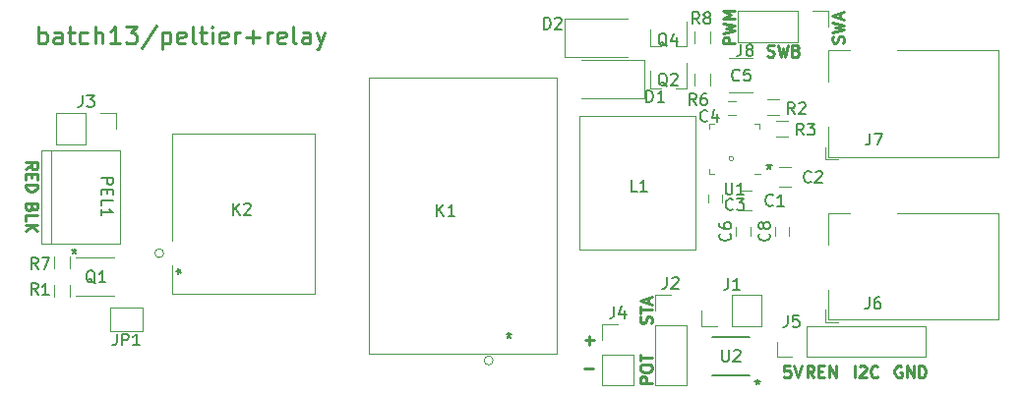
<source format=gto>
G04 #@! TF.GenerationSoftware,KiCad,Pcbnew,(5.1.6-0-10_14)*
G04 #@! TF.CreationDate,2021-11-10T21:38:56+09:00*
G04 #@! TF.ProjectId,peltier+relay,70656c74-6965-4722-9b72-656c61792e6b,rev?*
G04 #@! TF.SameCoordinates,Original*
G04 #@! TF.FileFunction,Legend,Top*
G04 #@! TF.FilePolarity,Positive*
%FSLAX46Y46*%
G04 Gerber Fmt 4.6, Leading zero omitted, Abs format (unit mm)*
G04 Created by KiCad (PCBNEW (5.1.6-0-10_14)) date 2021-11-10 21:38:56*
%MOMM*%
%LPD*%
G01*
G04 APERTURE LIST*
%ADD10C,0.250000*%
%ADD11C,0.120000*%
%ADD12C,0.152400*%
%ADD13C,0.150000*%
G04 APERTURE END LIST*
D10*
X101149999Y-84818571D02*
X101149999Y-83318571D01*
X101149999Y-83890000D02*
X101292857Y-83818571D01*
X101578571Y-83818571D01*
X101721428Y-83890000D01*
X101792857Y-83961428D01*
X101864285Y-84104285D01*
X101864285Y-84532857D01*
X101792857Y-84675714D01*
X101721428Y-84747142D01*
X101578571Y-84818571D01*
X101292857Y-84818571D01*
X101149999Y-84747142D01*
X103149999Y-84818571D02*
X103149999Y-84032857D01*
X103078571Y-83890000D01*
X102935714Y-83818571D01*
X102649999Y-83818571D01*
X102507142Y-83890000D01*
X103149999Y-84747142D02*
X103007142Y-84818571D01*
X102649999Y-84818571D01*
X102507142Y-84747142D01*
X102435714Y-84604285D01*
X102435714Y-84461428D01*
X102507142Y-84318571D01*
X102649999Y-84247142D01*
X103007142Y-84247142D01*
X103149999Y-84175714D01*
X103649999Y-83818571D02*
X104221428Y-83818571D01*
X103864285Y-83318571D02*
X103864285Y-84604285D01*
X103935714Y-84747142D01*
X104078571Y-84818571D01*
X104221428Y-84818571D01*
X105364285Y-84747142D02*
X105221428Y-84818571D01*
X104935714Y-84818571D01*
X104792857Y-84747142D01*
X104721428Y-84675714D01*
X104649999Y-84532857D01*
X104649999Y-84104285D01*
X104721428Y-83961428D01*
X104792857Y-83890000D01*
X104935714Y-83818571D01*
X105221428Y-83818571D01*
X105364285Y-83890000D01*
X106007142Y-84818571D02*
X106007142Y-83318571D01*
X106649999Y-84818571D02*
X106649999Y-84032857D01*
X106578571Y-83890000D01*
X106435714Y-83818571D01*
X106221428Y-83818571D01*
X106078571Y-83890000D01*
X106007142Y-83961428D01*
X108149999Y-84818571D02*
X107292857Y-84818571D01*
X107721428Y-84818571D02*
X107721428Y-83318571D01*
X107578571Y-83532857D01*
X107435714Y-83675714D01*
X107292857Y-83747142D01*
X108649999Y-83318571D02*
X109578571Y-83318571D01*
X109078571Y-83890000D01*
X109292857Y-83890000D01*
X109435714Y-83961428D01*
X109507142Y-84032857D01*
X109578571Y-84175714D01*
X109578571Y-84532857D01*
X109507142Y-84675714D01*
X109435714Y-84747142D01*
X109292857Y-84818571D01*
X108864285Y-84818571D01*
X108721428Y-84747142D01*
X108649999Y-84675714D01*
X111292857Y-83247142D02*
X110007142Y-85175714D01*
X111792857Y-83818571D02*
X111792857Y-85318571D01*
X111792857Y-83890000D02*
X111935714Y-83818571D01*
X112221428Y-83818571D01*
X112364285Y-83890000D01*
X112435714Y-83961428D01*
X112507142Y-84104285D01*
X112507142Y-84532857D01*
X112435714Y-84675714D01*
X112364285Y-84747142D01*
X112221428Y-84818571D01*
X111935714Y-84818571D01*
X111792857Y-84747142D01*
X113721428Y-84747142D02*
X113578571Y-84818571D01*
X113292857Y-84818571D01*
X113149999Y-84747142D01*
X113078571Y-84604285D01*
X113078571Y-84032857D01*
X113149999Y-83890000D01*
X113292857Y-83818571D01*
X113578571Y-83818571D01*
X113721428Y-83890000D01*
X113792857Y-84032857D01*
X113792857Y-84175714D01*
X113078571Y-84318571D01*
X114649999Y-84818571D02*
X114507142Y-84747142D01*
X114435714Y-84604285D01*
X114435714Y-83318571D01*
X115007142Y-83818571D02*
X115578571Y-83818571D01*
X115221428Y-83318571D02*
X115221428Y-84604285D01*
X115292857Y-84747142D01*
X115435714Y-84818571D01*
X115578571Y-84818571D01*
X116078571Y-84818571D02*
X116078571Y-83818571D01*
X116078571Y-83318571D02*
X116007142Y-83390000D01*
X116078571Y-83461428D01*
X116149999Y-83390000D01*
X116078571Y-83318571D01*
X116078571Y-83461428D01*
X117364285Y-84747142D02*
X117221428Y-84818571D01*
X116935714Y-84818571D01*
X116792857Y-84747142D01*
X116721428Y-84604285D01*
X116721428Y-84032857D01*
X116792857Y-83890000D01*
X116935714Y-83818571D01*
X117221428Y-83818571D01*
X117364285Y-83890000D01*
X117435714Y-84032857D01*
X117435714Y-84175714D01*
X116721428Y-84318571D01*
X118078571Y-84818571D02*
X118078571Y-83818571D01*
X118078571Y-84104285D02*
X118149999Y-83961428D01*
X118221428Y-83890000D01*
X118364285Y-83818571D01*
X118507142Y-83818571D01*
X119007142Y-84247142D02*
X120149999Y-84247142D01*
X119578571Y-84818571D02*
X119578571Y-83675714D01*
X120864285Y-84818571D02*
X120864285Y-83818571D01*
X120864285Y-84104285D02*
X120935714Y-83961428D01*
X121007142Y-83890000D01*
X121149999Y-83818571D01*
X121292857Y-83818571D01*
X122364285Y-84747142D02*
X122221428Y-84818571D01*
X121935714Y-84818571D01*
X121792857Y-84747142D01*
X121721428Y-84604285D01*
X121721428Y-84032857D01*
X121792857Y-83890000D01*
X121935714Y-83818571D01*
X122221428Y-83818571D01*
X122364285Y-83890000D01*
X122435714Y-84032857D01*
X122435714Y-84175714D01*
X121721428Y-84318571D01*
X123292857Y-84818571D02*
X123150000Y-84747142D01*
X123078571Y-84604285D01*
X123078571Y-83318571D01*
X124507142Y-84818571D02*
X124507142Y-84032857D01*
X124435714Y-83890000D01*
X124292857Y-83818571D01*
X124007142Y-83818571D01*
X123864285Y-83890000D01*
X124507142Y-84747142D02*
X124364285Y-84818571D01*
X124007142Y-84818571D01*
X123864285Y-84747142D01*
X123792857Y-84604285D01*
X123792857Y-84461428D01*
X123864285Y-84318571D01*
X124007142Y-84247142D01*
X124364285Y-84247142D01*
X124507142Y-84175714D01*
X125078571Y-83818571D02*
X125435714Y-84818571D01*
X125792857Y-83818571D02*
X125435714Y-84818571D01*
X125292857Y-85175714D01*
X125221428Y-85247142D01*
X125078571Y-85318571D01*
X148880952Y-112818571D02*
X148119047Y-112818571D01*
X148571428Y-110730952D02*
X148571428Y-109969047D01*
X148952380Y-110350000D02*
X148190476Y-110350000D01*
X100571428Y-98936666D02*
X100523809Y-99079523D01*
X100476190Y-99127142D01*
X100380952Y-99174761D01*
X100238095Y-99174761D01*
X100142857Y-99127142D01*
X100095238Y-99079523D01*
X100047619Y-98984285D01*
X100047619Y-98603333D01*
X101047619Y-98603333D01*
X101047619Y-98936666D01*
X101000000Y-99031904D01*
X100952380Y-99079523D01*
X100857142Y-99127142D01*
X100761904Y-99127142D01*
X100666666Y-99079523D01*
X100619047Y-99031904D01*
X100571428Y-98936666D01*
X100571428Y-98603333D01*
X100047619Y-100079523D02*
X100047619Y-99603333D01*
X101047619Y-99603333D01*
X100047619Y-100412857D02*
X101047619Y-100412857D01*
X100047619Y-100984285D02*
X100619047Y-100555714D01*
X101047619Y-100984285D02*
X100476190Y-100412857D01*
X100047619Y-95627142D02*
X100523809Y-95293809D01*
X100047619Y-95055714D02*
X101047619Y-95055714D01*
X101047619Y-95436666D01*
X101000000Y-95531904D01*
X100952380Y-95579523D01*
X100857142Y-95627142D01*
X100714285Y-95627142D01*
X100619047Y-95579523D01*
X100571428Y-95531904D01*
X100523809Y-95436666D01*
X100523809Y-95055714D01*
X100571428Y-96055714D02*
X100571428Y-96389047D01*
X100047619Y-96531904D02*
X100047619Y-96055714D01*
X101047619Y-96055714D01*
X101047619Y-96531904D01*
X100047619Y-96960476D02*
X101047619Y-96960476D01*
X101047619Y-97198571D01*
X101000000Y-97341428D01*
X100904761Y-97436666D01*
X100809523Y-97484285D01*
X100619047Y-97531904D01*
X100476190Y-97531904D01*
X100285714Y-97484285D01*
X100190476Y-97436666D01*
X100095238Y-97341428D01*
X100047619Y-97198571D01*
X100047619Y-96960476D01*
X170404761Y-84745714D02*
X170452380Y-84602857D01*
X170452380Y-84364761D01*
X170404761Y-84269523D01*
X170357142Y-84221904D01*
X170261904Y-84174285D01*
X170166666Y-84174285D01*
X170071428Y-84221904D01*
X170023809Y-84269523D01*
X169976190Y-84364761D01*
X169928571Y-84555238D01*
X169880952Y-84650476D01*
X169833333Y-84698095D01*
X169738095Y-84745714D01*
X169642857Y-84745714D01*
X169547619Y-84698095D01*
X169500000Y-84650476D01*
X169452380Y-84555238D01*
X169452380Y-84317142D01*
X169500000Y-84174285D01*
X169452380Y-83840952D02*
X170452380Y-83602857D01*
X169738095Y-83412380D01*
X170452380Y-83221904D01*
X169452380Y-82983809D01*
X170166666Y-82650476D02*
X170166666Y-82174285D01*
X170452380Y-82745714D02*
X169452380Y-82412380D01*
X170452380Y-82079047D01*
X163872867Y-85884761D02*
X164015724Y-85932380D01*
X164253819Y-85932380D01*
X164349057Y-85884761D01*
X164396676Y-85837142D01*
X164444295Y-85741904D01*
X164444295Y-85646666D01*
X164396676Y-85551428D01*
X164349057Y-85503809D01*
X164253819Y-85456190D01*
X164063343Y-85408571D01*
X163968105Y-85360952D01*
X163920486Y-85313333D01*
X163872867Y-85218095D01*
X163872867Y-85122857D01*
X163920486Y-85027619D01*
X163968105Y-84980000D01*
X164063343Y-84932380D01*
X164301438Y-84932380D01*
X164444295Y-84980000D01*
X164777629Y-84932380D02*
X165015724Y-85932380D01*
X165206200Y-85218095D01*
X165396676Y-85932380D01*
X165634771Y-84932380D01*
X166349057Y-85408571D02*
X166491914Y-85456190D01*
X166539533Y-85503809D01*
X166587152Y-85599047D01*
X166587152Y-85741904D01*
X166539533Y-85837142D01*
X166491914Y-85884761D01*
X166396676Y-85932380D01*
X166015724Y-85932380D01*
X166015724Y-84932380D01*
X166349057Y-84932380D01*
X166444295Y-84980000D01*
X166491914Y-85027619D01*
X166539533Y-85122857D01*
X166539533Y-85218095D01*
X166491914Y-85313333D01*
X166444295Y-85360952D01*
X166349057Y-85408571D01*
X166015724Y-85408571D01*
X161052380Y-84814761D02*
X160052380Y-84814761D01*
X160052380Y-84433809D01*
X160100000Y-84338571D01*
X160147619Y-84290952D01*
X160242857Y-84243333D01*
X160385714Y-84243333D01*
X160480952Y-84290952D01*
X160528571Y-84338571D01*
X160576190Y-84433809D01*
X160576190Y-84814761D01*
X160052380Y-83910000D02*
X161052380Y-83671904D01*
X160338095Y-83481428D01*
X161052380Y-83290952D01*
X160052380Y-83052857D01*
X161052380Y-82671904D02*
X160052380Y-82671904D01*
X160766666Y-82338571D01*
X160052380Y-82005238D01*
X161052380Y-82005238D01*
X153884761Y-108905238D02*
X153932380Y-108762380D01*
X153932380Y-108524285D01*
X153884761Y-108429047D01*
X153837142Y-108381428D01*
X153741904Y-108333809D01*
X153646666Y-108333809D01*
X153551428Y-108381428D01*
X153503809Y-108429047D01*
X153456190Y-108524285D01*
X153408571Y-108714761D01*
X153360952Y-108810000D01*
X153313333Y-108857619D01*
X153218095Y-108905238D01*
X153122857Y-108905238D01*
X153027619Y-108857619D01*
X152980000Y-108810000D01*
X152932380Y-108714761D01*
X152932380Y-108476666D01*
X152980000Y-108333809D01*
X152932380Y-108048095D02*
X152932380Y-107476666D01*
X153932380Y-107762380D02*
X152932380Y-107762380D01*
X153646666Y-107190952D02*
X153646666Y-106714761D01*
X153932380Y-107286190D02*
X152932380Y-106952857D01*
X153932380Y-106619523D01*
X153932380Y-114056666D02*
X152932380Y-114056666D01*
X152932380Y-113675714D01*
X152980000Y-113580476D01*
X153027619Y-113532857D01*
X153122857Y-113485238D01*
X153265714Y-113485238D01*
X153360952Y-113532857D01*
X153408571Y-113580476D01*
X153456190Y-113675714D01*
X153456190Y-114056666D01*
X152932380Y-112866190D02*
X152932380Y-112675714D01*
X152980000Y-112580476D01*
X153075238Y-112485238D01*
X153265714Y-112437619D01*
X153599047Y-112437619D01*
X153789523Y-112485238D01*
X153884761Y-112580476D01*
X153932380Y-112675714D01*
X153932380Y-112866190D01*
X153884761Y-112961428D01*
X153789523Y-113056666D01*
X153599047Y-113104285D01*
X153265714Y-113104285D01*
X153075238Y-113056666D01*
X152980000Y-112961428D01*
X152932380Y-112866190D01*
X152932380Y-112151904D02*
X152932380Y-111580476D01*
X153932380Y-111866190D02*
X152932380Y-111866190D01*
X165809523Y-112572380D02*
X165333333Y-112572380D01*
X165285714Y-113048571D01*
X165333333Y-113000952D01*
X165428571Y-112953333D01*
X165666666Y-112953333D01*
X165761904Y-113000952D01*
X165809523Y-113048571D01*
X165857142Y-113143809D01*
X165857142Y-113381904D01*
X165809523Y-113477142D01*
X165761904Y-113524761D01*
X165666666Y-113572380D01*
X165428571Y-113572380D01*
X165333333Y-113524761D01*
X165285714Y-113477142D01*
X166142857Y-112572380D02*
X166476190Y-113572380D01*
X166809523Y-112572380D01*
X167873333Y-113572380D02*
X167540000Y-113096190D01*
X167301904Y-113572380D02*
X167301904Y-112572380D01*
X167682857Y-112572380D01*
X167778095Y-112620000D01*
X167825714Y-112667619D01*
X167873333Y-112762857D01*
X167873333Y-112905714D01*
X167825714Y-113000952D01*
X167778095Y-113048571D01*
X167682857Y-113096190D01*
X167301904Y-113096190D01*
X168301904Y-113048571D02*
X168635238Y-113048571D01*
X168778095Y-113572380D02*
X168301904Y-113572380D01*
X168301904Y-112572380D01*
X168778095Y-112572380D01*
X169206666Y-113572380D02*
X169206666Y-112572380D01*
X169778095Y-113572380D01*
X169778095Y-112572380D01*
X171373809Y-113572380D02*
X171373809Y-112572380D01*
X171802380Y-112667619D02*
X171850000Y-112620000D01*
X171945238Y-112572380D01*
X172183333Y-112572380D01*
X172278571Y-112620000D01*
X172326190Y-112667619D01*
X172373809Y-112762857D01*
X172373809Y-112858095D01*
X172326190Y-113000952D01*
X171754761Y-113572380D01*
X172373809Y-113572380D01*
X173373809Y-113477142D02*
X173326190Y-113524761D01*
X173183333Y-113572380D01*
X173088095Y-113572380D01*
X172945238Y-113524761D01*
X172850000Y-113429523D01*
X172802380Y-113334285D01*
X172754761Y-113143809D01*
X172754761Y-113000952D01*
X172802380Y-112810476D01*
X172850000Y-112715238D01*
X172945238Y-112620000D01*
X173088095Y-112572380D01*
X173183333Y-112572380D01*
X173326190Y-112620000D01*
X173373809Y-112667619D01*
X175398095Y-112620000D02*
X175302857Y-112572380D01*
X175160000Y-112572380D01*
X175017142Y-112620000D01*
X174921904Y-112715238D01*
X174874285Y-112810476D01*
X174826666Y-113000952D01*
X174826666Y-113143809D01*
X174874285Y-113334285D01*
X174921904Y-113429523D01*
X175017142Y-113524761D01*
X175160000Y-113572380D01*
X175255238Y-113572380D01*
X175398095Y-113524761D01*
X175445714Y-113477142D01*
X175445714Y-113143809D01*
X175255238Y-113143809D01*
X175874285Y-113572380D02*
X175874285Y-112572380D01*
X176445714Y-113572380D01*
X176445714Y-112572380D01*
X176921904Y-113572380D02*
X176921904Y-112572380D01*
X177160000Y-112572380D01*
X177302857Y-112620000D01*
X177398095Y-112715238D01*
X177445714Y-112810476D01*
X177493333Y-113000952D01*
X177493333Y-113143809D01*
X177445714Y-113334285D01*
X177398095Y-113429523D01*
X177302857Y-113524761D01*
X177160000Y-113572380D01*
X176921904Y-113572380D01*
D11*
X164670000Y-111830000D02*
X164670000Y-110500000D01*
X166000000Y-111830000D02*
X164670000Y-111830000D01*
X167270000Y-111830000D02*
X167270000Y-109170000D01*
X167270000Y-109170000D02*
X177490000Y-109170000D01*
X167270000Y-111830000D02*
X177490000Y-111830000D01*
X177490000Y-111830000D02*
X177490000Y-109170000D01*
X153260000Y-89540000D02*
X153260000Y-86240000D01*
X153260000Y-86240000D02*
X147860000Y-86240000D01*
X153260000Y-89540000D02*
X147860000Y-89540000D01*
X146460000Y-82640000D02*
X151860000Y-82640000D01*
X146460000Y-85940000D02*
X151860000Y-85940000D01*
X146460000Y-82640000D02*
X146460000Y-85940000D01*
X102250000Y-102020000D02*
X102250000Y-94020000D01*
X101350000Y-94020000D02*
X108150000Y-94020000D01*
X101350000Y-102020000D02*
X101350000Y-94020000D01*
X108150000Y-102020000D02*
X101350000Y-102020000D01*
X108150000Y-94020000D02*
X108150000Y-102020000D01*
X158180000Y-109140000D02*
X158180000Y-107810000D01*
X159510000Y-109140000D02*
X158180000Y-109140000D01*
X160780000Y-109140000D02*
X160780000Y-106480000D01*
X160780000Y-106480000D02*
X163380000Y-106480000D01*
X160780000Y-109140000D02*
X163380000Y-109140000D01*
X163380000Y-109140000D02*
X163380000Y-106480000D01*
X154230000Y-106480000D02*
X155560000Y-106480000D01*
X154230000Y-107810000D02*
X154230000Y-106480000D01*
X154230000Y-109080000D02*
X156890000Y-109080000D01*
X156890000Y-109080000D02*
X156890000Y-114220000D01*
X154230000Y-109080000D02*
X154230000Y-114220000D01*
X154230000Y-114220000D02*
X156890000Y-114220000D01*
X168900000Y-107750000D02*
X168900000Y-108800000D01*
X169950000Y-108800000D02*
X168900000Y-108800000D01*
X175000000Y-99400000D02*
X183800000Y-99400000D01*
X183800000Y-99400000D02*
X183800000Y-108600000D01*
X169100000Y-102100000D02*
X169100000Y-99400000D01*
X169100000Y-99400000D02*
X171000000Y-99400000D01*
X183800000Y-108600000D02*
X169100000Y-108600000D01*
X169100000Y-108600000D02*
X169100000Y-106000000D01*
X169100000Y-94600000D02*
X169100000Y-92000000D01*
X183800000Y-94600000D02*
X169100000Y-94600000D01*
X169100000Y-85400000D02*
X171000000Y-85400000D01*
X169100000Y-88100000D02*
X169100000Y-85400000D01*
X183800000Y-85400000D02*
X183800000Y-94600000D01*
X175000000Y-85400000D02*
X183800000Y-85400000D01*
X169950000Y-94800000D02*
X168900000Y-94800000D01*
X168900000Y-93750000D02*
X168900000Y-94800000D01*
X145780000Y-87710000D02*
X129580000Y-87710000D01*
X129580000Y-111510000D02*
X129580000Y-87710000D01*
X145780000Y-111510000D02*
X145780000Y-87710000D01*
X129580000Y-111510000D02*
X145780000Y-111510000D01*
X140260499Y-112110000D02*
G75*
G03*
X140260499Y-112110000I-381000J0D01*
G01*
X124947399Y-106391499D02*
X124947399Y-92548499D01*
X124947399Y-92548499D02*
X112603000Y-92548499D01*
X112603000Y-92548499D02*
X112603000Y-101820679D01*
X112603000Y-106391499D02*
X124947399Y-106391499D01*
X112603000Y-103919320D02*
X112603000Y-106391499D01*
X111911000Y-102869499D02*
G75*
G03*
X111911000Y-102869499I-381000J0D01*
G01*
X157670000Y-91070000D02*
X157670000Y-102570000D01*
X157670000Y-102570000D02*
X147670000Y-102570000D01*
X147670000Y-102570000D02*
X147670000Y-91070000D01*
X147670000Y-91070000D02*
X157670000Y-91070000D01*
X104370000Y-106570000D02*
X107670000Y-106570000D01*
X107670000Y-103270000D02*
X104370000Y-103270000D01*
X153790000Y-88650000D02*
X154720000Y-88650000D01*
X156950000Y-88650000D02*
X156020000Y-88650000D01*
X156950000Y-88650000D02*
X156950000Y-86490000D01*
X153790000Y-88650000D02*
X153790000Y-87190000D01*
X153790000Y-85050000D02*
X153790000Y-83590000D01*
X156950000Y-85050000D02*
X156950000Y-82890000D01*
X156950000Y-85050000D02*
X156020000Y-85050000D01*
X153790000Y-85050000D02*
X154720000Y-85050000D01*
D12*
X159113000Y-113367000D02*
X162367000Y-113367000D01*
X162367000Y-110113000D02*
X159113000Y-110113000D01*
D11*
X149670000Y-109020000D02*
X151000000Y-109020000D01*
X149670000Y-110350000D02*
X149670000Y-109020000D01*
X149670000Y-111620000D02*
X152330000Y-111620000D01*
X152330000Y-111620000D02*
X152330000Y-114220000D01*
X149670000Y-111620000D02*
X149670000Y-114220000D01*
X149670000Y-114220000D02*
X152330000Y-114220000D01*
X169100010Y-82000008D02*
X169100010Y-83330008D01*
X167770010Y-82000008D02*
X169100010Y-82000008D01*
X166500010Y-82000008D02*
X166500010Y-84660008D01*
X166500010Y-84660008D02*
X161360010Y-84660008D01*
X166500010Y-82000008D02*
X161360010Y-82000008D01*
X161360010Y-82000008D02*
X161360010Y-84660008D01*
X161550000Y-99150000D02*
X162550000Y-99150000D01*
X162550000Y-97450000D02*
X161550000Y-97450000D01*
X165900000Y-95450000D02*
X164900000Y-95450000D01*
X164900000Y-97150000D02*
X165900000Y-97150000D01*
X158790000Y-98510000D02*
X158790000Y-97810000D01*
X159990000Y-97810000D02*
X159990000Y-98510000D01*
X160490000Y-89760000D02*
X161190000Y-89760000D01*
X161190000Y-90960000D02*
X160490000Y-90960000D01*
X162590000Y-86030000D02*
X160590000Y-86030000D01*
X160590000Y-88990000D02*
X162590000Y-88990000D01*
X103810000Y-105640000D02*
X103810000Y-106640000D01*
X102450000Y-106640000D02*
X102450000Y-105640000D01*
X163840000Y-89630000D02*
X164840000Y-89630000D01*
X164840000Y-90990000D02*
X163840000Y-90990000D01*
X165650000Y-92830000D02*
X164650000Y-92830000D01*
X164650000Y-91470000D02*
X165650000Y-91470000D01*
X158920000Y-87390000D02*
X158920000Y-88390000D01*
X157560000Y-88390000D02*
X157560000Y-87390000D01*
X103810000Y-103190000D02*
X103810000Y-104190000D01*
X102450000Y-104190000D02*
X102450000Y-103190000D01*
X158920000Y-83790000D02*
X158920000Y-84790000D01*
X157560000Y-84790000D02*
X157560000Y-83790000D01*
X107810000Y-90830000D02*
X107810000Y-92160000D01*
X106480000Y-90830000D02*
X107810000Y-90830000D01*
X105210000Y-90830000D02*
X105210000Y-93490000D01*
X105210000Y-93490000D02*
X102610000Y-93490000D01*
X105210000Y-90830000D02*
X102610000Y-90830000D01*
X102610000Y-90830000D02*
X102610000Y-93490000D01*
X161190000Y-101350000D02*
X161190000Y-100650000D01*
X162390000Y-100650000D02*
X162390000Y-101350000D01*
X165765001Y-100650000D02*
X165765001Y-101350000D01*
X164565001Y-101350000D02*
X164565001Y-100650000D01*
X110090000Y-109550000D02*
X107290000Y-109550000D01*
X107290000Y-109550000D02*
X107290000Y-107550000D01*
X107290000Y-107550000D02*
X110090000Y-107550000D01*
X110090000Y-107550000D02*
X110090000Y-109550000D01*
X160943848Y-94720000D02*
G75*
G03*
X160943848Y-94720000I-183848J0D01*
G01*
X162790000Y-96010000D02*
X163265000Y-96010000D01*
X163190000Y-91710000D02*
X163190000Y-92110000D01*
X162790000Y-91710000D02*
X163190000Y-91710000D01*
X158890000Y-91710000D02*
X158890000Y-92110000D01*
X159290000Y-91710000D02*
X158890000Y-91710000D01*
X158890000Y-96010000D02*
X158890000Y-95610000D01*
X159290000Y-96010000D02*
X158890000Y-96010000D01*
D13*
X165616666Y-108232380D02*
X165616666Y-108946666D01*
X165569047Y-109089523D01*
X165473809Y-109184761D01*
X165330952Y-109232380D01*
X165235714Y-109232380D01*
X166569047Y-108232380D02*
X166092857Y-108232380D01*
X166045238Y-108708571D01*
X166092857Y-108660952D01*
X166188095Y-108613333D01*
X166426190Y-108613333D01*
X166521428Y-108660952D01*
X166569047Y-108708571D01*
X166616666Y-108803809D01*
X166616666Y-109041904D01*
X166569047Y-109137142D01*
X166521428Y-109184761D01*
X166426190Y-109232380D01*
X166188095Y-109232380D01*
X166092857Y-109184761D01*
X166045238Y-109137142D01*
X153471904Y-89852380D02*
X153471904Y-88852380D01*
X153710000Y-88852380D01*
X153852857Y-88900000D01*
X153948095Y-88995238D01*
X153995714Y-89090476D01*
X154043333Y-89280952D01*
X154043333Y-89423809D01*
X153995714Y-89614285D01*
X153948095Y-89709523D01*
X153852857Y-89804761D01*
X153710000Y-89852380D01*
X153471904Y-89852380D01*
X154995714Y-89852380D02*
X154424285Y-89852380D01*
X154710000Y-89852380D02*
X154710000Y-88852380D01*
X154614761Y-88995238D01*
X154519523Y-89090476D01*
X154424285Y-89138095D01*
X144641904Y-83552380D02*
X144641904Y-82552380D01*
X144880000Y-82552380D01*
X145022857Y-82600000D01*
X145118095Y-82695238D01*
X145165714Y-82790476D01*
X145213333Y-82980952D01*
X145213333Y-83123809D01*
X145165714Y-83314285D01*
X145118095Y-83409523D01*
X145022857Y-83504761D01*
X144880000Y-83552380D01*
X144641904Y-83552380D01*
X145594285Y-82647619D02*
X145641904Y-82600000D01*
X145737142Y-82552380D01*
X145975238Y-82552380D01*
X146070476Y-82600000D01*
X146118095Y-82647619D01*
X146165714Y-82742857D01*
X146165714Y-82838095D01*
X146118095Y-82980952D01*
X145546666Y-83552380D01*
X146165714Y-83552380D01*
X106547619Y-96384761D02*
X107547619Y-96384761D01*
X107547619Y-96765714D01*
X107500000Y-96860952D01*
X107452380Y-96908571D01*
X107357142Y-96956190D01*
X107214285Y-96956190D01*
X107119047Y-96908571D01*
X107071428Y-96860952D01*
X107023809Y-96765714D01*
X107023809Y-96384761D01*
X107071428Y-97384761D02*
X107071428Y-97718095D01*
X106547619Y-97860952D02*
X106547619Y-97384761D01*
X107547619Y-97384761D01*
X107547619Y-97860952D01*
X106547619Y-98765714D02*
X106547619Y-98289523D01*
X107547619Y-98289523D01*
X106547619Y-99622857D02*
X106547619Y-99051428D01*
X106547619Y-99337142D02*
X107547619Y-99337142D01*
X107404761Y-99241904D01*
X107309523Y-99146666D01*
X107261904Y-99051428D01*
X160506666Y-105002380D02*
X160506666Y-105716666D01*
X160459047Y-105859523D01*
X160363809Y-105954761D01*
X160220952Y-106002380D01*
X160125714Y-106002380D01*
X161506666Y-106002380D02*
X160935238Y-106002380D01*
X161220952Y-106002380D02*
X161220952Y-105002380D01*
X161125714Y-105145238D01*
X161030476Y-105240476D01*
X160935238Y-105288095D01*
X155226666Y-104932380D02*
X155226666Y-105646666D01*
X155179047Y-105789523D01*
X155083809Y-105884761D01*
X154940952Y-105932380D01*
X154845714Y-105932380D01*
X155655238Y-105027619D02*
X155702857Y-104980000D01*
X155798095Y-104932380D01*
X156036190Y-104932380D01*
X156131428Y-104980000D01*
X156179047Y-105027619D01*
X156226666Y-105122857D01*
X156226666Y-105218095D01*
X156179047Y-105360952D01*
X155607619Y-105932380D01*
X156226666Y-105932380D01*
X172626666Y-106662380D02*
X172626666Y-107376666D01*
X172579047Y-107519523D01*
X172483809Y-107614761D01*
X172340952Y-107662380D01*
X172245714Y-107662380D01*
X173531428Y-106662380D02*
X173340952Y-106662380D01*
X173245714Y-106710000D01*
X173198095Y-106757619D01*
X173102857Y-106900476D01*
X173055238Y-107090952D01*
X173055238Y-107471904D01*
X173102857Y-107567142D01*
X173150476Y-107614761D01*
X173245714Y-107662380D01*
X173436190Y-107662380D01*
X173531428Y-107614761D01*
X173579047Y-107567142D01*
X173626666Y-107471904D01*
X173626666Y-107233809D01*
X173579047Y-107138571D01*
X173531428Y-107090952D01*
X173436190Y-107043333D01*
X173245714Y-107043333D01*
X173150476Y-107090952D01*
X173102857Y-107138571D01*
X173055238Y-107233809D01*
X172696666Y-92532380D02*
X172696666Y-93246666D01*
X172649047Y-93389523D01*
X172553809Y-93484761D01*
X172410952Y-93532380D01*
X172315714Y-93532380D01*
X173077619Y-92532380D02*
X173744285Y-92532380D01*
X173315714Y-93532380D01*
X135441904Y-99662380D02*
X135441904Y-98662380D01*
X136013333Y-99662380D02*
X135584761Y-99090952D01*
X136013333Y-98662380D02*
X135441904Y-99233809D01*
X136965714Y-99662380D02*
X136394285Y-99662380D01*
X136680000Y-99662380D02*
X136680000Y-98662380D01*
X136584761Y-98805238D01*
X136489523Y-98900476D01*
X136394285Y-98948095D01*
X141630000Y-109712380D02*
X141630000Y-109950476D01*
X141391904Y-109855238D02*
X141630000Y-109950476D01*
X141868095Y-109855238D01*
X141487142Y-110140952D02*
X141630000Y-109950476D01*
X141772857Y-110140952D01*
X117891904Y-99572380D02*
X117891904Y-98572380D01*
X118463333Y-99572380D02*
X118034761Y-99000952D01*
X118463333Y-98572380D02*
X117891904Y-99143809D01*
X118844285Y-98667619D02*
X118891904Y-98620000D01*
X118987142Y-98572380D01*
X119225238Y-98572380D01*
X119320476Y-98620000D01*
X119368095Y-98667619D01*
X119415714Y-98762857D01*
X119415714Y-98858095D01*
X119368095Y-99000952D01*
X118796666Y-99572380D01*
X119415714Y-99572380D01*
X112982380Y-104420000D02*
X113220476Y-104420000D01*
X113125238Y-104658095D02*
X113220476Y-104420000D01*
X113125238Y-104181904D01*
X113410952Y-104562857D02*
X113220476Y-104420000D01*
X113410952Y-104277142D01*
X152653333Y-97542380D02*
X152177142Y-97542380D01*
X152177142Y-96542380D01*
X153510476Y-97542380D02*
X152939047Y-97542380D01*
X153224761Y-97542380D02*
X153224761Y-96542380D01*
X153129523Y-96685238D01*
X153034285Y-96780476D01*
X152939047Y-96828095D01*
X106004761Y-105467619D02*
X105909523Y-105420000D01*
X105814285Y-105324761D01*
X105671428Y-105181904D01*
X105576190Y-105134285D01*
X105480952Y-105134285D01*
X105528571Y-105372380D02*
X105433333Y-105324761D01*
X105338095Y-105229523D01*
X105290476Y-105039047D01*
X105290476Y-104705714D01*
X105338095Y-104515238D01*
X105433333Y-104420000D01*
X105528571Y-104372380D01*
X105719047Y-104372380D01*
X105814285Y-104420000D01*
X105909523Y-104515238D01*
X105957142Y-104705714D01*
X105957142Y-105039047D01*
X105909523Y-105229523D01*
X105814285Y-105324761D01*
X105719047Y-105372380D01*
X105528571Y-105372380D01*
X106909523Y-105372380D02*
X106338095Y-105372380D01*
X106623809Y-105372380D02*
X106623809Y-104372380D01*
X106528571Y-104515238D01*
X106433333Y-104610476D01*
X106338095Y-104658095D01*
X104230000Y-102452380D02*
X104230000Y-102690476D01*
X103991904Y-102595238D02*
X104230000Y-102690476D01*
X104468095Y-102595238D01*
X104087142Y-102880952D02*
X104230000Y-102690476D01*
X104372857Y-102880952D01*
X155244761Y-88487619D02*
X155149523Y-88440000D01*
X155054285Y-88344761D01*
X154911428Y-88201904D01*
X154816190Y-88154285D01*
X154720952Y-88154285D01*
X154768571Y-88392380D02*
X154673333Y-88344761D01*
X154578095Y-88249523D01*
X154530476Y-88059047D01*
X154530476Y-87725714D01*
X154578095Y-87535238D01*
X154673333Y-87440000D01*
X154768571Y-87392380D01*
X154959047Y-87392380D01*
X155054285Y-87440000D01*
X155149523Y-87535238D01*
X155197142Y-87725714D01*
X155197142Y-88059047D01*
X155149523Y-88249523D01*
X155054285Y-88344761D01*
X154959047Y-88392380D01*
X154768571Y-88392380D01*
X155578095Y-87487619D02*
X155625714Y-87440000D01*
X155720952Y-87392380D01*
X155959047Y-87392380D01*
X156054285Y-87440000D01*
X156101904Y-87487619D01*
X156149523Y-87582857D01*
X156149523Y-87678095D01*
X156101904Y-87820952D01*
X155530476Y-88392380D01*
X156149523Y-88392380D01*
X155224761Y-85037619D02*
X155129523Y-84990000D01*
X155034285Y-84894761D01*
X154891428Y-84751904D01*
X154796190Y-84704285D01*
X154700952Y-84704285D01*
X154748571Y-84942380D02*
X154653333Y-84894761D01*
X154558095Y-84799523D01*
X154510476Y-84609047D01*
X154510476Y-84275714D01*
X154558095Y-84085238D01*
X154653333Y-83990000D01*
X154748571Y-83942380D01*
X154939047Y-83942380D01*
X155034285Y-83990000D01*
X155129523Y-84085238D01*
X155177142Y-84275714D01*
X155177142Y-84609047D01*
X155129523Y-84799523D01*
X155034285Y-84894761D01*
X154939047Y-84942380D01*
X154748571Y-84942380D01*
X156034285Y-84275714D02*
X156034285Y-84942380D01*
X155796190Y-83894761D02*
X155558095Y-84609047D01*
X156177142Y-84609047D01*
X159978095Y-111192380D02*
X159978095Y-112001904D01*
X160025714Y-112097142D01*
X160073333Y-112144761D01*
X160168571Y-112192380D01*
X160359047Y-112192380D01*
X160454285Y-112144761D01*
X160501904Y-112097142D01*
X160549523Y-112001904D01*
X160549523Y-111192380D01*
X160978095Y-111287619D02*
X161025714Y-111240000D01*
X161120952Y-111192380D01*
X161359047Y-111192380D01*
X161454285Y-111240000D01*
X161501904Y-111287619D01*
X161549523Y-111382857D01*
X161549523Y-111478095D01*
X161501904Y-111620952D01*
X160930476Y-112192380D01*
X161549523Y-112192380D01*
X163037600Y-113767580D02*
X163037600Y-114005676D01*
X162799504Y-113910438D02*
X163037600Y-114005676D01*
X163275695Y-113910438D01*
X162894742Y-114196152D02*
X163037600Y-114005676D01*
X163180457Y-114196152D01*
X163037600Y-113767580D02*
X163037600Y-114005676D01*
X162799504Y-113910438D02*
X163037600Y-114005676D01*
X163275695Y-113910438D01*
X162894742Y-114196152D02*
X163037600Y-114005676D01*
X163180457Y-114196152D01*
X150666666Y-107472380D02*
X150666666Y-108186666D01*
X150619047Y-108329523D01*
X150523809Y-108424761D01*
X150380952Y-108472380D01*
X150285714Y-108472380D01*
X151571428Y-107805714D02*
X151571428Y-108472380D01*
X151333333Y-107424761D02*
X151095238Y-108139047D01*
X151714285Y-108139047D01*
X161616666Y-84872380D02*
X161616666Y-85586666D01*
X161569047Y-85729523D01*
X161473809Y-85824761D01*
X161330952Y-85872380D01*
X161235714Y-85872380D01*
X162235714Y-85300952D02*
X162140476Y-85253333D01*
X162092857Y-85205714D01*
X162045238Y-85110476D01*
X162045238Y-85062857D01*
X162092857Y-84967619D01*
X162140476Y-84920000D01*
X162235714Y-84872380D01*
X162426190Y-84872380D01*
X162521428Y-84920000D01*
X162569047Y-84967619D01*
X162616666Y-85062857D01*
X162616666Y-85110476D01*
X162569047Y-85205714D01*
X162521428Y-85253333D01*
X162426190Y-85300952D01*
X162235714Y-85300952D01*
X162140476Y-85348571D01*
X162092857Y-85396190D01*
X162045238Y-85491428D01*
X162045238Y-85681904D01*
X162092857Y-85777142D01*
X162140476Y-85824761D01*
X162235714Y-85872380D01*
X162426190Y-85872380D01*
X162521428Y-85824761D01*
X162569047Y-85777142D01*
X162616666Y-85681904D01*
X162616666Y-85491428D01*
X162569047Y-85396190D01*
X162521428Y-85348571D01*
X162426190Y-85300952D01*
X164343333Y-98717142D02*
X164295714Y-98764761D01*
X164152857Y-98812380D01*
X164057619Y-98812380D01*
X163914761Y-98764761D01*
X163819523Y-98669523D01*
X163771904Y-98574285D01*
X163724285Y-98383809D01*
X163724285Y-98240952D01*
X163771904Y-98050476D01*
X163819523Y-97955238D01*
X163914761Y-97860000D01*
X164057619Y-97812380D01*
X164152857Y-97812380D01*
X164295714Y-97860000D01*
X164343333Y-97907619D01*
X165295714Y-98812380D02*
X164724285Y-98812380D01*
X165010000Y-98812380D02*
X165010000Y-97812380D01*
X164914761Y-97955238D01*
X164819523Y-98050476D01*
X164724285Y-98098095D01*
X167633333Y-96697142D02*
X167585714Y-96744761D01*
X167442857Y-96792380D01*
X167347619Y-96792380D01*
X167204761Y-96744761D01*
X167109523Y-96649523D01*
X167061904Y-96554285D01*
X167014285Y-96363809D01*
X167014285Y-96220952D01*
X167061904Y-96030476D01*
X167109523Y-95935238D01*
X167204761Y-95840000D01*
X167347619Y-95792380D01*
X167442857Y-95792380D01*
X167585714Y-95840000D01*
X167633333Y-95887619D01*
X168014285Y-95887619D02*
X168061904Y-95840000D01*
X168157142Y-95792380D01*
X168395238Y-95792380D01*
X168490476Y-95840000D01*
X168538095Y-95887619D01*
X168585714Y-95982857D01*
X168585714Y-96078095D01*
X168538095Y-96220952D01*
X167966666Y-96792380D01*
X168585714Y-96792380D01*
X160893333Y-99057142D02*
X160845714Y-99104761D01*
X160702857Y-99152380D01*
X160607619Y-99152380D01*
X160464761Y-99104761D01*
X160369523Y-99009523D01*
X160321904Y-98914285D01*
X160274285Y-98723809D01*
X160274285Y-98580952D01*
X160321904Y-98390476D01*
X160369523Y-98295238D01*
X160464761Y-98200000D01*
X160607619Y-98152380D01*
X160702857Y-98152380D01*
X160845714Y-98200000D01*
X160893333Y-98247619D01*
X161226666Y-98152380D02*
X161845714Y-98152380D01*
X161512380Y-98533333D01*
X161655238Y-98533333D01*
X161750476Y-98580952D01*
X161798095Y-98628571D01*
X161845714Y-98723809D01*
X161845714Y-98961904D01*
X161798095Y-99057142D01*
X161750476Y-99104761D01*
X161655238Y-99152380D01*
X161369523Y-99152380D01*
X161274285Y-99104761D01*
X161226666Y-99057142D01*
X158713333Y-91437142D02*
X158665714Y-91484761D01*
X158522857Y-91532380D01*
X158427619Y-91532380D01*
X158284761Y-91484761D01*
X158189523Y-91389523D01*
X158141904Y-91294285D01*
X158094285Y-91103809D01*
X158094285Y-90960952D01*
X158141904Y-90770476D01*
X158189523Y-90675238D01*
X158284761Y-90580000D01*
X158427619Y-90532380D01*
X158522857Y-90532380D01*
X158665714Y-90580000D01*
X158713333Y-90627619D01*
X159570476Y-90865714D02*
X159570476Y-91532380D01*
X159332380Y-90484761D02*
X159094285Y-91199047D01*
X159713333Y-91199047D01*
X161453333Y-87937142D02*
X161405714Y-87984761D01*
X161262857Y-88032380D01*
X161167619Y-88032380D01*
X161024761Y-87984761D01*
X160929523Y-87889523D01*
X160881904Y-87794285D01*
X160834285Y-87603809D01*
X160834285Y-87460952D01*
X160881904Y-87270476D01*
X160929523Y-87175238D01*
X161024761Y-87080000D01*
X161167619Y-87032380D01*
X161262857Y-87032380D01*
X161405714Y-87080000D01*
X161453333Y-87127619D01*
X162358095Y-87032380D02*
X161881904Y-87032380D01*
X161834285Y-87508571D01*
X161881904Y-87460952D01*
X161977142Y-87413333D01*
X162215238Y-87413333D01*
X162310476Y-87460952D01*
X162358095Y-87508571D01*
X162405714Y-87603809D01*
X162405714Y-87841904D01*
X162358095Y-87937142D01*
X162310476Y-87984761D01*
X162215238Y-88032380D01*
X161977142Y-88032380D01*
X161881904Y-87984761D01*
X161834285Y-87937142D01*
X101093333Y-106452380D02*
X100760000Y-105976190D01*
X100521904Y-106452380D02*
X100521904Y-105452380D01*
X100902857Y-105452380D01*
X100998095Y-105500000D01*
X101045714Y-105547619D01*
X101093333Y-105642857D01*
X101093333Y-105785714D01*
X101045714Y-105880952D01*
X100998095Y-105928571D01*
X100902857Y-105976190D01*
X100521904Y-105976190D01*
X102045714Y-106452380D02*
X101474285Y-106452380D01*
X101760000Y-106452380D02*
X101760000Y-105452380D01*
X101664761Y-105595238D01*
X101569523Y-105690476D01*
X101474285Y-105738095D01*
X166203333Y-90882380D02*
X165870000Y-90406190D01*
X165631904Y-90882380D02*
X165631904Y-89882380D01*
X166012857Y-89882380D01*
X166108095Y-89930000D01*
X166155714Y-89977619D01*
X166203333Y-90072857D01*
X166203333Y-90215714D01*
X166155714Y-90310952D01*
X166108095Y-90358571D01*
X166012857Y-90406190D01*
X165631904Y-90406190D01*
X166584285Y-89977619D02*
X166631904Y-89930000D01*
X166727142Y-89882380D01*
X166965238Y-89882380D01*
X167060476Y-89930000D01*
X167108095Y-89977619D01*
X167155714Y-90072857D01*
X167155714Y-90168095D01*
X167108095Y-90310952D01*
X166536666Y-90882380D01*
X167155714Y-90882380D01*
X166993333Y-92682380D02*
X166660000Y-92206190D01*
X166421904Y-92682380D02*
X166421904Y-91682380D01*
X166802857Y-91682380D01*
X166898095Y-91730000D01*
X166945714Y-91777619D01*
X166993333Y-91872857D01*
X166993333Y-92015714D01*
X166945714Y-92110952D01*
X166898095Y-92158571D01*
X166802857Y-92206190D01*
X166421904Y-92206190D01*
X167326666Y-91682380D02*
X167945714Y-91682380D01*
X167612380Y-92063333D01*
X167755238Y-92063333D01*
X167850476Y-92110952D01*
X167898095Y-92158571D01*
X167945714Y-92253809D01*
X167945714Y-92491904D01*
X167898095Y-92587142D01*
X167850476Y-92634761D01*
X167755238Y-92682380D01*
X167469523Y-92682380D01*
X167374285Y-92634761D01*
X167326666Y-92587142D01*
X157743333Y-90112380D02*
X157410000Y-89636190D01*
X157171904Y-90112380D02*
X157171904Y-89112380D01*
X157552857Y-89112380D01*
X157648095Y-89160000D01*
X157695714Y-89207619D01*
X157743333Y-89302857D01*
X157743333Y-89445714D01*
X157695714Y-89540952D01*
X157648095Y-89588571D01*
X157552857Y-89636190D01*
X157171904Y-89636190D01*
X158600476Y-89112380D02*
X158410000Y-89112380D01*
X158314761Y-89160000D01*
X158267142Y-89207619D01*
X158171904Y-89350476D01*
X158124285Y-89540952D01*
X158124285Y-89921904D01*
X158171904Y-90017142D01*
X158219523Y-90064761D01*
X158314761Y-90112380D01*
X158505238Y-90112380D01*
X158600476Y-90064761D01*
X158648095Y-90017142D01*
X158695714Y-89921904D01*
X158695714Y-89683809D01*
X158648095Y-89588571D01*
X158600476Y-89540952D01*
X158505238Y-89493333D01*
X158314761Y-89493333D01*
X158219523Y-89540952D01*
X158171904Y-89588571D01*
X158124285Y-89683809D01*
X101093333Y-104232380D02*
X100760000Y-103756190D01*
X100521904Y-104232380D02*
X100521904Y-103232380D01*
X100902857Y-103232380D01*
X100998095Y-103280000D01*
X101045714Y-103327619D01*
X101093333Y-103422857D01*
X101093333Y-103565714D01*
X101045714Y-103660952D01*
X100998095Y-103708571D01*
X100902857Y-103756190D01*
X100521904Y-103756190D01*
X101426666Y-103232380D02*
X102093333Y-103232380D01*
X101664761Y-104232380D01*
X158013333Y-83112380D02*
X157680000Y-82636190D01*
X157441904Y-83112380D02*
X157441904Y-82112380D01*
X157822857Y-82112380D01*
X157918095Y-82160000D01*
X157965714Y-82207619D01*
X158013333Y-82302857D01*
X158013333Y-82445714D01*
X157965714Y-82540952D01*
X157918095Y-82588571D01*
X157822857Y-82636190D01*
X157441904Y-82636190D01*
X158584761Y-82540952D02*
X158489523Y-82493333D01*
X158441904Y-82445714D01*
X158394285Y-82350476D01*
X158394285Y-82302857D01*
X158441904Y-82207619D01*
X158489523Y-82160000D01*
X158584761Y-82112380D01*
X158775238Y-82112380D01*
X158870476Y-82160000D01*
X158918095Y-82207619D01*
X158965714Y-82302857D01*
X158965714Y-82350476D01*
X158918095Y-82445714D01*
X158870476Y-82493333D01*
X158775238Y-82540952D01*
X158584761Y-82540952D01*
X158489523Y-82588571D01*
X158441904Y-82636190D01*
X158394285Y-82731428D01*
X158394285Y-82921904D01*
X158441904Y-83017142D01*
X158489523Y-83064761D01*
X158584761Y-83112380D01*
X158775238Y-83112380D01*
X158870476Y-83064761D01*
X158918095Y-83017142D01*
X158965714Y-82921904D01*
X158965714Y-82731428D01*
X158918095Y-82636190D01*
X158870476Y-82588571D01*
X158775238Y-82540952D01*
X104916666Y-89262380D02*
X104916666Y-89976666D01*
X104869047Y-90119523D01*
X104773809Y-90214761D01*
X104630952Y-90262380D01*
X104535714Y-90262380D01*
X105297619Y-89262380D02*
X105916666Y-89262380D01*
X105583333Y-89643333D01*
X105726190Y-89643333D01*
X105821428Y-89690952D01*
X105869047Y-89738571D01*
X105916666Y-89833809D01*
X105916666Y-90071904D01*
X105869047Y-90167142D01*
X105821428Y-90214761D01*
X105726190Y-90262380D01*
X105440476Y-90262380D01*
X105345238Y-90214761D01*
X105297619Y-90167142D01*
X160647142Y-101166666D02*
X160694761Y-101214285D01*
X160742380Y-101357142D01*
X160742380Y-101452380D01*
X160694761Y-101595238D01*
X160599523Y-101690476D01*
X160504285Y-101738095D01*
X160313809Y-101785714D01*
X160170952Y-101785714D01*
X159980476Y-101738095D01*
X159885238Y-101690476D01*
X159790000Y-101595238D01*
X159742380Y-101452380D01*
X159742380Y-101357142D01*
X159790000Y-101214285D01*
X159837619Y-101166666D01*
X159742380Y-100309523D02*
X159742380Y-100500000D01*
X159790000Y-100595238D01*
X159837619Y-100642857D01*
X159980476Y-100738095D01*
X160170952Y-100785714D01*
X160551904Y-100785714D01*
X160647142Y-100738095D01*
X160694761Y-100690476D01*
X160742380Y-100595238D01*
X160742380Y-100404761D01*
X160694761Y-100309523D01*
X160647142Y-100261904D01*
X160551904Y-100214285D01*
X160313809Y-100214285D01*
X160218571Y-100261904D01*
X160170952Y-100309523D01*
X160123333Y-100404761D01*
X160123333Y-100595238D01*
X160170952Y-100690476D01*
X160218571Y-100738095D01*
X160313809Y-100785714D01*
X164022143Y-101166666D02*
X164069762Y-101214285D01*
X164117381Y-101357142D01*
X164117381Y-101452380D01*
X164069762Y-101595238D01*
X163974524Y-101690476D01*
X163879286Y-101738095D01*
X163688810Y-101785714D01*
X163545953Y-101785714D01*
X163355477Y-101738095D01*
X163260239Y-101690476D01*
X163165001Y-101595238D01*
X163117381Y-101452380D01*
X163117381Y-101357142D01*
X163165001Y-101214285D01*
X163212620Y-101166666D01*
X163545953Y-100595238D02*
X163498334Y-100690476D01*
X163450715Y-100738095D01*
X163355477Y-100785714D01*
X163307858Y-100785714D01*
X163212620Y-100738095D01*
X163165001Y-100690476D01*
X163117381Y-100595238D01*
X163117381Y-100404761D01*
X163165001Y-100309523D01*
X163212620Y-100261904D01*
X163307858Y-100214285D01*
X163355477Y-100214285D01*
X163450715Y-100261904D01*
X163498334Y-100309523D01*
X163545953Y-100404761D01*
X163545953Y-100595238D01*
X163593572Y-100690476D01*
X163641191Y-100738095D01*
X163736429Y-100785714D01*
X163926905Y-100785714D01*
X164022143Y-100738095D01*
X164069762Y-100690476D01*
X164117381Y-100595238D01*
X164117381Y-100404761D01*
X164069762Y-100309523D01*
X164022143Y-100261904D01*
X163926905Y-100214285D01*
X163736429Y-100214285D01*
X163641191Y-100261904D01*
X163593572Y-100309523D01*
X163545953Y-100404761D01*
X107856666Y-109802380D02*
X107856666Y-110516666D01*
X107809047Y-110659523D01*
X107713809Y-110754761D01*
X107570952Y-110802380D01*
X107475714Y-110802380D01*
X108332857Y-110802380D02*
X108332857Y-109802380D01*
X108713809Y-109802380D01*
X108809047Y-109850000D01*
X108856666Y-109897619D01*
X108904285Y-109992857D01*
X108904285Y-110135714D01*
X108856666Y-110230952D01*
X108809047Y-110278571D01*
X108713809Y-110326190D01*
X108332857Y-110326190D01*
X109856666Y-110802380D02*
X109285238Y-110802380D01*
X109570952Y-110802380D02*
X109570952Y-109802380D01*
X109475714Y-109945238D01*
X109380476Y-110040476D01*
X109285238Y-110088095D01*
X160278095Y-96812380D02*
X160278095Y-97621904D01*
X160325714Y-97717142D01*
X160373333Y-97764761D01*
X160468571Y-97812380D01*
X160659047Y-97812380D01*
X160754285Y-97764761D01*
X160801904Y-97717142D01*
X160849523Y-97621904D01*
X160849523Y-96812380D01*
X161849523Y-97812380D02*
X161278095Y-97812380D01*
X161563809Y-97812380D02*
X161563809Y-96812380D01*
X161468571Y-96955238D01*
X161373333Y-97050476D01*
X161278095Y-97098095D01*
X164015000Y-95162380D02*
X164015000Y-95400476D01*
X163776904Y-95305238D02*
X164015000Y-95400476D01*
X164253095Y-95305238D01*
X163872142Y-95590952D02*
X164015000Y-95400476D01*
X164157857Y-95590952D01*
M02*

</source>
